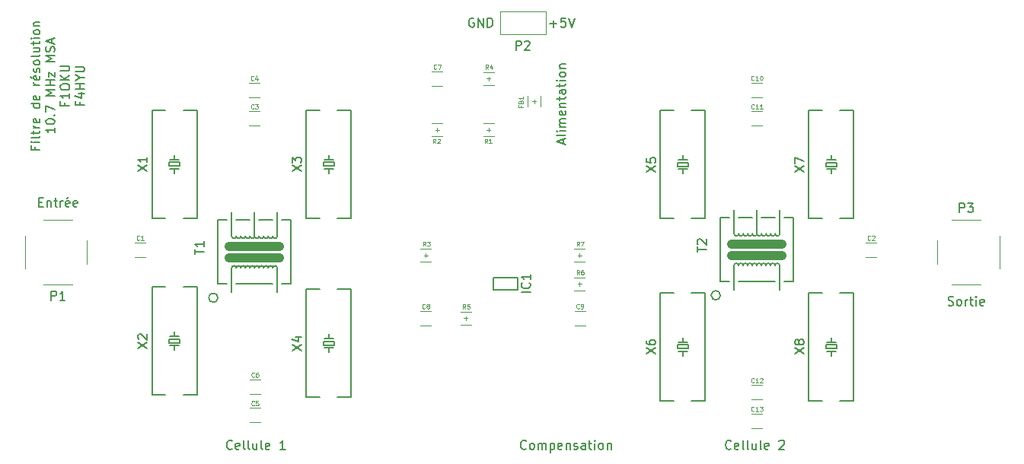
<source format=gbr>
G04 #@! TF.GenerationSoftware,KiCad,Pcbnew,(5.1.0)-1*
G04 #@! TF.CreationDate,2019-08-25T01:17:47+02:00*
G04 #@! TF.ProjectId,Filtre-de-resolution-MSA-200-Hz,46696c74-7265-42d6-9465-2d7265736f6c,1.0*
G04 #@! TF.SameCoordinates,Original*
G04 #@! TF.FileFunction,Legend,Top*
G04 #@! TF.FilePolarity,Positive*
%FSLAX46Y46*%
G04 Gerber Fmt 4.6, Leading zero omitted, Abs format (unit mm)*
G04 Created by KiCad (PCBNEW (5.1.0)-1) date 2019-08-25 01:17:47*
%MOMM*%
%LPD*%
G04 APERTURE LIST*
%ADD10C,0.150000*%
%ADD11C,0.100000*%
%ADD12C,0.120000*%
%ADD13C,1.000000*%
%ADD14C,0.075000*%
%ADD15C,0.080000*%
G04 APERTURE END LIST*
D10*
X92453571Y-90761904D02*
X92453571Y-91095238D01*
X92977380Y-91095238D02*
X91977380Y-91095238D01*
X91977380Y-90619047D01*
X92977380Y-90238095D02*
X92310714Y-90238095D01*
X91977380Y-90238095D02*
X92025000Y-90285714D01*
X92072619Y-90238095D01*
X92025000Y-90190476D01*
X91977380Y-90238095D01*
X92072619Y-90238095D01*
X92977380Y-89619047D02*
X92929761Y-89714285D01*
X92834523Y-89761904D01*
X91977380Y-89761904D01*
X92310714Y-89380952D02*
X92310714Y-89000000D01*
X91977380Y-89238095D02*
X92834523Y-89238095D01*
X92929761Y-89190476D01*
X92977380Y-89095238D01*
X92977380Y-89000000D01*
X92977380Y-88666666D02*
X92310714Y-88666666D01*
X92501190Y-88666666D02*
X92405952Y-88619047D01*
X92358333Y-88571428D01*
X92310714Y-88476190D01*
X92310714Y-88380952D01*
X92929761Y-87666666D02*
X92977380Y-87761904D01*
X92977380Y-87952380D01*
X92929761Y-88047619D01*
X92834523Y-88095238D01*
X92453571Y-88095238D01*
X92358333Y-88047619D01*
X92310714Y-87952380D01*
X92310714Y-87761904D01*
X92358333Y-87666666D01*
X92453571Y-87619047D01*
X92548809Y-87619047D01*
X92644047Y-88095238D01*
X92977380Y-86000000D02*
X91977380Y-86000000D01*
X92929761Y-86000000D02*
X92977380Y-86095238D01*
X92977380Y-86285714D01*
X92929761Y-86380952D01*
X92882142Y-86428571D01*
X92786904Y-86476190D01*
X92501190Y-86476190D01*
X92405952Y-86428571D01*
X92358333Y-86380952D01*
X92310714Y-86285714D01*
X92310714Y-86095238D01*
X92358333Y-86000000D01*
X92929761Y-85142857D02*
X92977380Y-85238095D01*
X92977380Y-85428571D01*
X92929761Y-85523809D01*
X92834523Y-85571428D01*
X92453571Y-85571428D01*
X92358333Y-85523809D01*
X92310714Y-85428571D01*
X92310714Y-85238095D01*
X92358333Y-85142857D01*
X92453571Y-85095238D01*
X92548809Y-85095238D01*
X92644047Y-85571428D01*
X92977380Y-83904761D02*
X92310714Y-83904761D01*
X92501190Y-83904761D02*
X92405952Y-83857142D01*
X92358333Y-83809523D01*
X92310714Y-83714285D01*
X92310714Y-83619047D01*
X92929761Y-82904761D02*
X92977380Y-83000000D01*
X92977380Y-83190476D01*
X92929761Y-83285714D01*
X92834523Y-83333333D01*
X92453571Y-83333333D01*
X92358333Y-83285714D01*
X92310714Y-83190476D01*
X92310714Y-83000000D01*
X92358333Y-82904761D01*
X92453571Y-82857142D01*
X92548809Y-82857142D01*
X92644047Y-83333333D01*
X91929761Y-83000000D02*
X92072619Y-83142857D01*
X92929761Y-82476190D02*
X92977380Y-82380952D01*
X92977380Y-82190476D01*
X92929761Y-82095238D01*
X92834523Y-82047619D01*
X92786904Y-82047619D01*
X92691666Y-82095238D01*
X92644047Y-82190476D01*
X92644047Y-82333333D01*
X92596428Y-82428571D01*
X92501190Y-82476190D01*
X92453571Y-82476190D01*
X92358333Y-82428571D01*
X92310714Y-82333333D01*
X92310714Y-82190476D01*
X92358333Y-82095238D01*
X92977380Y-81476190D02*
X92929761Y-81571428D01*
X92882142Y-81619047D01*
X92786904Y-81666666D01*
X92501190Y-81666666D01*
X92405952Y-81619047D01*
X92358333Y-81571428D01*
X92310714Y-81476190D01*
X92310714Y-81333333D01*
X92358333Y-81238095D01*
X92405952Y-81190476D01*
X92501190Y-81142857D01*
X92786904Y-81142857D01*
X92882142Y-81190476D01*
X92929761Y-81238095D01*
X92977380Y-81333333D01*
X92977380Y-81476190D01*
X92977380Y-80571428D02*
X92929761Y-80666666D01*
X92834523Y-80714285D01*
X91977380Y-80714285D01*
X92310714Y-79761904D02*
X92977380Y-79761904D01*
X92310714Y-80190476D02*
X92834523Y-80190476D01*
X92929761Y-80142857D01*
X92977380Y-80047619D01*
X92977380Y-79904761D01*
X92929761Y-79809523D01*
X92882142Y-79761904D01*
X92310714Y-79428571D02*
X92310714Y-79047619D01*
X91977380Y-79285714D02*
X92834523Y-79285714D01*
X92929761Y-79238095D01*
X92977380Y-79142857D01*
X92977380Y-79047619D01*
X92977380Y-78714285D02*
X92310714Y-78714285D01*
X91977380Y-78714285D02*
X92025000Y-78761904D01*
X92072619Y-78714285D01*
X92025000Y-78666666D01*
X91977380Y-78714285D01*
X92072619Y-78714285D01*
X92977380Y-78095238D02*
X92929761Y-78190476D01*
X92882142Y-78238095D01*
X92786904Y-78285714D01*
X92501190Y-78285714D01*
X92405952Y-78238095D01*
X92358333Y-78190476D01*
X92310714Y-78095238D01*
X92310714Y-77952380D01*
X92358333Y-77857142D01*
X92405952Y-77809523D01*
X92501190Y-77761904D01*
X92786904Y-77761904D01*
X92882142Y-77809523D01*
X92929761Y-77857142D01*
X92977380Y-77952380D01*
X92977380Y-78095238D01*
X92310714Y-77333333D02*
X92977380Y-77333333D01*
X92405952Y-77333333D02*
X92358333Y-77285714D01*
X92310714Y-77190476D01*
X92310714Y-77047619D01*
X92358333Y-76952380D01*
X92453571Y-76904761D01*
X92977380Y-76904761D01*
X94627380Y-88642857D02*
X94627380Y-89214285D01*
X94627380Y-88928571D02*
X93627380Y-88928571D01*
X93770238Y-89023809D01*
X93865476Y-89119047D01*
X93913095Y-89214285D01*
X93627380Y-88023809D02*
X93627380Y-87928571D01*
X93675000Y-87833333D01*
X93722619Y-87785714D01*
X93817857Y-87738095D01*
X94008333Y-87690476D01*
X94246428Y-87690476D01*
X94436904Y-87738095D01*
X94532142Y-87785714D01*
X94579761Y-87833333D01*
X94627380Y-87928571D01*
X94627380Y-88023809D01*
X94579761Y-88119047D01*
X94532142Y-88166666D01*
X94436904Y-88214285D01*
X94246428Y-88261904D01*
X94008333Y-88261904D01*
X93817857Y-88214285D01*
X93722619Y-88166666D01*
X93675000Y-88119047D01*
X93627380Y-88023809D01*
X94532142Y-87261904D02*
X94579761Y-87214285D01*
X94627380Y-87261904D01*
X94579761Y-87309523D01*
X94532142Y-87261904D01*
X94627380Y-87261904D01*
X93627380Y-86880952D02*
X93627380Y-86214285D01*
X94627380Y-86642857D01*
X94627380Y-85071428D02*
X93627380Y-85071428D01*
X94341666Y-84738095D01*
X93627380Y-84404761D01*
X94627380Y-84404761D01*
X94627380Y-83928571D02*
X93627380Y-83928571D01*
X94103571Y-83928571D02*
X94103571Y-83357142D01*
X94627380Y-83357142D02*
X93627380Y-83357142D01*
X93960714Y-82976190D02*
X93960714Y-82452380D01*
X94627380Y-82976190D01*
X94627380Y-82452380D01*
X94627380Y-81309523D02*
X93627380Y-81309523D01*
X94341666Y-80976190D01*
X93627380Y-80642857D01*
X94627380Y-80642857D01*
X94579761Y-80214285D02*
X94627380Y-80071428D01*
X94627380Y-79833333D01*
X94579761Y-79738095D01*
X94532142Y-79690476D01*
X94436904Y-79642857D01*
X94341666Y-79642857D01*
X94246428Y-79690476D01*
X94198809Y-79738095D01*
X94151190Y-79833333D01*
X94103571Y-80023809D01*
X94055952Y-80119047D01*
X94008333Y-80166666D01*
X93913095Y-80214285D01*
X93817857Y-80214285D01*
X93722619Y-80166666D01*
X93675000Y-80119047D01*
X93627380Y-80023809D01*
X93627380Y-79785714D01*
X93675000Y-79642857D01*
X94341666Y-79261904D02*
X94341666Y-78785714D01*
X94627380Y-79357142D02*
X93627380Y-79023809D01*
X94627380Y-78690476D01*
X95753571Y-85880952D02*
X95753571Y-86214285D01*
X96277380Y-86214285D02*
X95277380Y-86214285D01*
X95277380Y-85738095D01*
X96277380Y-84833333D02*
X96277380Y-85404761D01*
X96277380Y-85119047D02*
X95277380Y-85119047D01*
X95420238Y-85214285D01*
X95515476Y-85309523D01*
X95563095Y-85404761D01*
X95277380Y-84214285D02*
X95277380Y-84023809D01*
X95325000Y-83928571D01*
X95420238Y-83833333D01*
X95610714Y-83785714D01*
X95944047Y-83785714D01*
X96134523Y-83833333D01*
X96229761Y-83928571D01*
X96277380Y-84023809D01*
X96277380Y-84214285D01*
X96229761Y-84309523D01*
X96134523Y-84404761D01*
X95944047Y-84452380D01*
X95610714Y-84452380D01*
X95420238Y-84404761D01*
X95325000Y-84309523D01*
X95277380Y-84214285D01*
X96277380Y-83357142D02*
X95277380Y-83357142D01*
X96277380Y-82785714D02*
X95705952Y-83214285D01*
X95277380Y-82785714D02*
X95848809Y-83357142D01*
X95277380Y-82357142D02*
X96086904Y-82357142D01*
X96182142Y-82309523D01*
X96229761Y-82261904D01*
X96277380Y-82166666D01*
X96277380Y-81976190D01*
X96229761Y-81880952D01*
X96182142Y-81833333D01*
X96086904Y-81785714D01*
X95277380Y-81785714D01*
X97403571Y-85809523D02*
X97403571Y-86142857D01*
X97927380Y-86142857D02*
X96927380Y-86142857D01*
X96927380Y-85666666D01*
X97260714Y-84857142D02*
X97927380Y-84857142D01*
X96879761Y-85095238D02*
X97594047Y-85333333D01*
X97594047Y-84714285D01*
X97927380Y-84333333D02*
X96927380Y-84333333D01*
X97403571Y-84333333D02*
X97403571Y-83761904D01*
X97927380Y-83761904D02*
X96927380Y-83761904D01*
X97451190Y-83095238D02*
X97927380Y-83095238D01*
X96927380Y-83428571D02*
X97451190Y-83095238D01*
X96927380Y-82761904D01*
X96927380Y-82428571D02*
X97736904Y-82428571D01*
X97832142Y-82380952D01*
X97879761Y-82333333D01*
X97927380Y-82238095D01*
X97927380Y-82047619D01*
X97879761Y-81952380D01*
X97832142Y-81904761D01*
X97736904Y-81857142D01*
X96927380Y-81857142D01*
X194000000Y-108404761D02*
X194142857Y-108452380D01*
X194380952Y-108452380D01*
X194476190Y-108404761D01*
X194523809Y-108357142D01*
X194571428Y-108261904D01*
X194571428Y-108166666D01*
X194523809Y-108071428D01*
X194476190Y-108023809D01*
X194380952Y-107976190D01*
X194190476Y-107928571D01*
X194095238Y-107880952D01*
X194047619Y-107833333D01*
X194000000Y-107738095D01*
X194000000Y-107642857D01*
X194047619Y-107547619D01*
X194095238Y-107500000D01*
X194190476Y-107452380D01*
X194428571Y-107452380D01*
X194571428Y-107500000D01*
X195142857Y-108452380D02*
X195047619Y-108404761D01*
X195000000Y-108357142D01*
X194952380Y-108261904D01*
X194952380Y-107976190D01*
X195000000Y-107880952D01*
X195047619Y-107833333D01*
X195142857Y-107785714D01*
X195285714Y-107785714D01*
X195380952Y-107833333D01*
X195428571Y-107880952D01*
X195476190Y-107976190D01*
X195476190Y-108261904D01*
X195428571Y-108357142D01*
X195380952Y-108404761D01*
X195285714Y-108452380D01*
X195142857Y-108452380D01*
X195904761Y-108452380D02*
X195904761Y-107785714D01*
X195904761Y-107976190D02*
X195952380Y-107880952D01*
X196000000Y-107833333D01*
X196095238Y-107785714D01*
X196190476Y-107785714D01*
X196380952Y-107785714D02*
X196761904Y-107785714D01*
X196523809Y-107452380D02*
X196523809Y-108309523D01*
X196571428Y-108404761D01*
X196666666Y-108452380D01*
X196761904Y-108452380D01*
X197095238Y-108452380D02*
X197095238Y-107785714D01*
X197095238Y-107452380D02*
X197047619Y-107500000D01*
X197095238Y-107547619D01*
X197142857Y-107500000D01*
X197095238Y-107452380D01*
X197095238Y-107547619D01*
X197952380Y-108404761D02*
X197857142Y-108452380D01*
X197666666Y-108452380D01*
X197571428Y-108404761D01*
X197523809Y-108309523D01*
X197523809Y-107928571D01*
X197571428Y-107833333D01*
X197666666Y-107785714D01*
X197857142Y-107785714D01*
X197952380Y-107833333D01*
X198000000Y-107928571D01*
X198000000Y-108023809D01*
X197523809Y-108119047D01*
X92880952Y-96928571D02*
X93214285Y-96928571D01*
X93357142Y-97452380D02*
X92880952Y-97452380D01*
X92880952Y-96452380D01*
X93357142Y-96452380D01*
X93785714Y-96785714D02*
X93785714Y-97452380D01*
X93785714Y-96880952D02*
X93833333Y-96833333D01*
X93928571Y-96785714D01*
X94071428Y-96785714D01*
X94166666Y-96833333D01*
X94214285Y-96928571D01*
X94214285Y-97452380D01*
X94547619Y-96785714D02*
X94928571Y-96785714D01*
X94690476Y-96452380D02*
X94690476Y-97309523D01*
X94738095Y-97404761D01*
X94833333Y-97452380D01*
X94928571Y-97452380D01*
X95261904Y-97452380D02*
X95261904Y-96785714D01*
X95261904Y-96976190D02*
X95309523Y-96880952D01*
X95357142Y-96833333D01*
X95452380Y-96785714D01*
X95547619Y-96785714D01*
X96261904Y-97404761D02*
X96166666Y-97452380D01*
X95976190Y-97452380D01*
X95880952Y-97404761D01*
X95833333Y-97309523D01*
X95833333Y-96928571D01*
X95880952Y-96833333D01*
X95976190Y-96785714D01*
X96166666Y-96785714D01*
X96261904Y-96833333D01*
X96309523Y-96928571D01*
X96309523Y-97023809D01*
X95833333Y-97119047D01*
X96166666Y-96404761D02*
X96023809Y-96547619D01*
X97119047Y-97404761D02*
X97023809Y-97452380D01*
X96833333Y-97452380D01*
X96738095Y-97404761D01*
X96690476Y-97309523D01*
X96690476Y-96928571D01*
X96738095Y-96833333D01*
X96833333Y-96785714D01*
X97023809Y-96785714D01*
X97119047Y-96833333D01*
X97166666Y-96928571D01*
X97166666Y-97023809D01*
X96690476Y-97119047D01*
X141238095Y-76500000D02*
X141142857Y-76452380D01*
X141000000Y-76452380D01*
X140857142Y-76500000D01*
X140761904Y-76595238D01*
X140714285Y-76690476D01*
X140666666Y-76880952D01*
X140666666Y-77023809D01*
X140714285Y-77214285D01*
X140761904Y-77309523D01*
X140857142Y-77404761D01*
X141000000Y-77452380D01*
X141095238Y-77452380D01*
X141238095Y-77404761D01*
X141285714Y-77357142D01*
X141285714Y-77023809D01*
X141095238Y-77023809D01*
X141714285Y-77452380D02*
X141714285Y-76452380D01*
X142285714Y-77452380D01*
X142285714Y-76452380D01*
X142761904Y-77452380D02*
X142761904Y-76452380D01*
X143000000Y-76452380D01*
X143142857Y-76500000D01*
X143238095Y-76595238D01*
X143285714Y-76690476D01*
X143333333Y-76880952D01*
X143333333Y-77023809D01*
X143285714Y-77214285D01*
X143238095Y-77309523D01*
X143142857Y-77404761D01*
X143000000Y-77452380D01*
X142761904Y-77452380D01*
X149714285Y-77071428D02*
X150476190Y-77071428D01*
X150095238Y-77452380D02*
X150095238Y-76690476D01*
X151428571Y-76452380D02*
X150952380Y-76452380D01*
X150904761Y-76928571D01*
X150952380Y-76880952D01*
X151047619Y-76833333D01*
X151285714Y-76833333D01*
X151380952Y-76880952D01*
X151428571Y-76928571D01*
X151476190Y-77023809D01*
X151476190Y-77261904D01*
X151428571Y-77357142D01*
X151380952Y-77404761D01*
X151285714Y-77452380D01*
X151047619Y-77452380D01*
X150952380Y-77404761D01*
X150904761Y-77357142D01*
X151761904Y-76452380D02*
X152095238Y-77452380D01*
X152428571Y-76452380D01*
X151166666Y-90452380D02*
X151166666Y-89976190D01*
X151452380Y-90547619D02*
X150452380Y-90214285D01*
X151452380Y-89880952D01*
X151452380Y-89404761D02*
X151404761Y-89500000D01*
X151309523Y-89547619D01*
X150452380Y-89547619D01*
X151452380Y-89023809D02*
X150785714Y-89023809D01*
X150452380Y-89023809D02*
X150500000Y-89071428D01*
X150547619Y-89023809D01*
X150500000Y-88976190D01*
X150452380Y-89023809D01*
X150547619Y-89023809D01*
X151452380Y-88547619D02*
X150785714Y-88547619D01*
X150880952Y-88547619D02*
X150833333Y-88500000D01*
X150785714Y-88404761D01*
X150785714Y-88261904D01*
X150833333Y-88166666D01*
X150928571Y-88119047D01*
X151452380Y-88119047D01*
X150928571Y-88119047D02*
X150833333Y-88071428D01*
X150785714Y-87976190D01*
X150785714Y-87833333D01*
X150833333Y-87738095D01*
X150928571Y-87690476D01*
X151452380Y-87690476D01*
X151404761Y-86833333D02*
X151452380Y-86928571D01*
X151452380Y-87119047D01*
X151404761Y-87214285D01*
X151309523Y-87261904D01*
X150928571Y-87261904D01*
X150833333Y-87214285D01*
X150785714Y-87119047D01*
X150785714Y-86928571D01*
X150833333Y-86833333D01*
X150928571Y-86785714D01*
X151023809Y-86785714D01*
X151119047Y-87261904D01*
X150785714Y-86357142D02*
X151452380Y-86357142D01*
X150880952Y-86357142D02*
X150833333Y-86309523D01*
X150785714Y-86214285D01*
X150785714Y-86071428D01*
X150833333Y-85976190D01*
X150928571Y-85928571D01*
X151452380Y-85928571D01*
X150785714Y-85595238D02*
X150785714Y-85214285D01*
X150452380Y-85452380D02*
X151309523Y-85452380D01*
X151404761Y-85404761D01*
X151452380Y-85309523D01*
X151452380Y-85214285D01*
X151452380Y-84452380D02*
X150928571Y-84452380D01*
X150833333Y-84500000D01*
X150785714Y-84595238D01*
X150785714Y-84785714D01*
X150833333Y-84880952D01*
X151404761Y-84452380D02*
X151452380Y-84547619D01*
X151452380Y-84785714D01*
X151404761Y-84880952D01*
X151309523Y-84928571D01*
X151214285Y-84928571D01*
X151119047Y-84880952D01*
X151071428Y-84785714D01*
X151071428Y-84547619D01*
X151023809Y-84452380D01*
X150785714Y-84119047D02*
X150785714Y-83738095D01*
X150452380Y-83976190D02*
X151309523Y-83976190D01*
X151404761Y-83928571D01*
X151452380Y-83833333D01*
X151452380Y-83738095D01*
X151452380Y-83404761D02*
X150785714Y-83404761D01*
X150452380Y-83404761D02*
X150500000Y-83452380D01*
X150547619Y-83404761D01*
X150500000Y-83357142D01*
X150452380Y-83404761D01*
X150547619Y-83404761D01*
X151452380Y-82785714D02*
X151404761Y-82880952D01*
X151357142Y-82928571D01*
X151261904Y-82976190D01*
X150976190Y-82976190D01*
X150880952Y-82928571D01*
X150833333Y-82880952D01*
X150785714Y-82785714D01*
X150785714Y-82642857D01*
X150833333Y-82547619D01*
X150880952Y-82500000D01*
X150976190Y-82452380D01*
X151261904Y-82452380D01*
X151357142Y-82500000D01*
X151404761Y-82547619D01*
X151452380Y-82642857D01*
X151452380Y-82785714D01*
X150785714Y-82023809D02*
X151452380Y-82023809D01*
X150880952Y-82023809D02*
X150833333Y-81976190D01*
X150785714Y-81880952D01*
X150785714Y-81738095D01*
X150833333Y-81642857D01*
X150928571Y-81595238D01*
X151452380Y-81595238D01*
X147071428Y-124357142D02*
X147023809Y-124404761D01*
X146880952Y-124452380D01*
X146785714Y-124452380D01*
X146642857Y-124404761D01*
X146547619Y-124309523D01*
X146500000Y-124214285D01*
X146452380Y-124023809D01*
X146452380Y-123880952D01*
X146500000Y-123690476D01*
X146547619Y-123595238D01*
X146642857Y-123500000D01*
X146785714Y-123452380D01*
X146880952Y-123452380D01*
X147023809Y-123500000D01*
X147071428Y-123547619D01*
X147642857Y-124452380D02*
X147547619Y-124404761D01*
X147500000Y-124357142D01*
X147452380Y-124261904D01*
X147452380Y-123976190D01*
X147500000Y-123880952D01*
X147547619Y-123833333D01*
X147642857Y-123785714D01*
X147785714Y-123785714D01*
X147880952Y-123833333D01*
X147928571Y-123880952D01*
X147976190Y-123976190D01*
X147976190Y-124261904D01*
X147928571Y-124357142D01*
X147880952Y-124404761D01*
X147785714Y-124452380D01*
X147642857Y-124452380D01*
X148404761Y-124452380D02*
X148404761Y-123785714D01*
X148404761Y-123880952D02*
X148452380Y-123833333D01*
X148547619Y-123785714D01*
X148690476Y-123785714D01*
X148785714Y-123833333D01*
X148833333Y-123928571D01*
X148833333Y-124452380D01*
X148833333Y-123928571D02*
X148880952Y-123833333D01*
X148976190Y-123785714D01*
X149119047Y-123785714D01*
X149214285Y-123833333D01*
X149261904Y-123928571D01*
X149261904Y-124452380D01*
X149738095Y-123785714D02*
X149738095Y-124785714D01*
X149738095Y-123833333D02*
X149833333Y-123785714D01*
X150023809Y-123785714D01*
X150119047Y-123833333D01*
X150166666Y-123880952D01*
X150214285Y-123976190D01*
X150214285Y-124261904D01*
X150166666Y-124357142D01*
X150119047Y-124404761D01*
X150023809Y-124452380D01*
X149833333Y-124452380D01*
X149738095Y-124404761D01*
X151023809Y-124404761D02*
X150928571Y-124452380D01*
X150738095Y-124452380D01*
X150642857Y-124404761D01*
X150595238Y-124309523D01*
X150595238Y-123928571D01*
X150642857Y-123833333D01*
X150738095Y-123785714D01*
X150928571Y-123785714D01*
X151023809Y-123833333D01*
X151071428Y-123928571D01*
X151071428Y-124023809D01*
X150595238Y-124119047D01*
X151500000Y-123785714D02*
X151500000Y-124452380D01*
X151500000Y-123880952D02*
X151547619Y-123833333D01*
X151642857Y-123785714D01*
X151785714Y-123785714D01*
X151880952Y-123833333D01*
X151928571Y-123928571D01*
X151928571Y-124452380D01*
X152357142Y-124404761D02*
X152452380Y-124452380D01*
X152642857Y-124452380D01*
X152738095Y-124404761D01*
X152785714Y-124309523D01*
X152785714Y-124261904D01*
X152738095Y-124166666D01*
X152642857Y-124119047D01*
X152500000Y-124119047D01*
X152404761Y-124071428D01*
X152357142Y-123976190D01*
X152357142Y-123928571D01*
X152404761Y-123833333D01*
X152500000Y-123785714D01*
X152642857Y-123785714D01*
X152738095Y-123833333D01*
X153642857Y-124452380D02*
X153642857Y-123928571D01*
X153595238Y-123833333D01*
X153500000Y-123785714D01*
X153309523Y-123785714D01*
X153214285Y-123833333D01*
X153642857Y-124404761D02*
X153547619Y-124452380D01*
X153309523Y-124452380D01*
X153214285Y-124404761D01*
X153166666Y-124309523D01*
X153166666Y-124214285D01*
X153214285Y-124119047D01*
X153309523Y-124071428D01*
X153547619Y-124071428D01*
X153642857Y-124023809D01*
X153976190Y-123785714D02*
X154357142Y-123785714D01*
X154119047Y-123452380D02*
X154119047Y-124309523D01*
X154166666Y-124404761D01*
X154261904Y-124452380D01*
X154357142Y-124452380D01*
X154690476Y-124452380D02*
X154690476Y-123785714D01*
X154690476Y-123452380D02*
X154642857Y-123500000D01*
X154690476Y-123547619D01*
X154738095Y-123500000D01*
X154690476Y-123452380D01*
X154690476Y-123547619D01*
X155309523Y-124452380D02*
X155214285Y-124404761D01*
X155166666Y-124357142D01*
X155119047Y-124261904D01*
X155119047Y-123976190D01*
X155166666Y-123880952D01*
X155214285Y-123833333D01*
X155309523Y-123785714D01*
X155452380Y-123785714D01*
X155547619Y-123833333D01*
X155595238Y-123880952D01*
X155642857Y-123976190D01*
X155642857Y-124261904D01*
X155595238Y-124357142D01*
X155547619Y-124404761D01*
X155452380Y-124452380D01*
X155309523Y-124452380D01*
X156071428Y-123785714D02*
X156071428Y-124452380D01*
X156071428Y-123880952D02*
X156119047Y-123833333D01*
X156214285Y-123785714D01*
X156357142Y-123785714D01*
X156452380Y-123833333D01*
X156500000Y-123928571D01*
X156500000Y-124452380D01*
X169857142Y-124357142D02*
X169809523Y-124404761D01*
X169666666Y-124452380D01*
X169571428Y-124452380D01*
X169428571Y-124404761D01*
X169333333Y-124309523D01*
X169285714Y-124214285D01*
X169238095Y-124023809D01*
X169238095Y-123880952D01*
X169285714Y-123690476D01*
X169333333Y-123595238D01*
X169428571Y-123500000D01*
X169571428Y-123452380D01*
X169666666Y-123452380D01*
X169809523Y-123500000D01*
X169857142Y-123547619D01*
X170666666Y-124404761D02*
X170571428Y-124452380D01*
X170380952Y-124452380D01*
X170285714Y-124404761D01*
X170238095Y-124309523D01*
X170238095Y-123928571D01*
X170285714Y-123833333D01*
X170380952Y-123785714D01*
X170571428Y-123785714D01*
X170666666Y-123833333D01*
X170714285Y-123928571D01*
X170714285Y-124023809D01*
X170238095Y-124119047D01*
X171285714Y-124452380D02*
X171190476Y-124404761D01*
X171142857Y-124309523D01*
X171142857Y-123452380D01*
X171809523Y-124452380D02*
X171714285Y-124404761D01*
X171666666Y-124309523D01*
X171666666Y-123452380D01*
X172619047Y-123785714D02*
X172619047Y-124452380D01*
X172190476Y-123785714D02*
X172190476Y-124309523D01*
X172238095Y-124404761D01*
X172333333Y-124452380D01*
X172476190Y-124452380D01*
X172571428Y-124404761D01*
X172619047Y-124357142D01*
X173238095Y-124452380D02*
X173142857Y-124404761D01*
X173095238Y-124309523D01*
X173095238Y-123452380D01*
X174000000Y-124404761D02*
X173904761Y-124452380D01*
X173714285Y-124452380D01*
X173619047Y-124404761D01*
X173571428Y-124309523D01*
X173571428Y-123928571D01*
X173619047Y-123833333D01*
X173714285Y-123785714D01*
X173904761Y-123785714D01*
X174000000Y-123833333D01*
X174047619Y-123928571D01*
X174047619Y-124023809D01*
X173571428Y-124119047D01*
X175190476Y-123547619D02*
X175238095Y-123500000D01*
X175333333Y-123452380D01*
X175571428Y-123452380D01*
X175666666Y-123500000D01*
X175714285Y-123547619D01*
X175761904Y-123642857D01*
X175761904Y-123738095D01*
X175714285Y-123880952D01*
X175142857Y-124452380D01*
X175761904Y-124452380D01*
X114357142Y-124357142D02*
X114309523Y-124404761D01*
X114166666Y-124452380D01*
X114071428Y-124452380D01*
X113928571Y-124404761D01*
X113833333Y-124309523D01*
X113785714Y-124214285D01*
X113738095Y-124023809D01*
X113738095Y-123880952D01*
X113785714Y-123690476D01*
X113833333Y-123595238D01*
X113928571Y-123500000D01*
X114071428Y-123452380D01*
X114166666Y-123452380D01*
X114309523Y-123500000D01*
X114357142Y-123547619D01*
X115166666Y-124404761D02*
X115071428Y-124452380D01*
X114880952Y-124452380D01*
X114785714Y-124404761D01*
X114738095Y-124309523D01*
X114738095Y-123928571D01*
X114785714Y-123833333D01*
X114880952Y-123785714D01*
X115071428Y-123785714D01*
X115166666Y-123833333D01*
X115214285Y-123928571D01*
X115214285Y-124023809D01*
X114738095Y-124119047D01*
X115785714Y-124452380D02*
X115690476Y-124404761D01*
X115642857Y-124309523D01*
X115642857Y-123452380D01*
X116309523Y-124452380D02*
X116214285Y-124404761D01*
X116166666Y-124309523D01*
X116166666Y-123452380D01*
X117119047Y-123785714D02*
X117119047Y-124452380D01*
X116690476Y-123785714D02*
X116690476Y-124309523D01*
X116738095Y-124404761D01*
X116833333Y-124452380D01*
X116976190Y-124452380D01*
X117071428Y-124404761D01*
X117119047Y-124357142D01*
X117738095Y-124452380D02*
X117642857Y-124404761D01*
X117595238Y-124309523D01*
X117595238Y-123452380D01*
X118500000Y-124404761D02*
X118404761Y-124452380D01*
X118214285Y-124452380D01*
X118119047Y-124404761D01*
X118071428Y-124309523D01*
X118071428Y-123928571D01*
X118119047Y-123833333D01*
X118214285Y-123785714D01*
X118404761Y-123785714D01*
X118500000Y-123833333D01*
X118547619Y-123928571D01*
X118547619Y-124023809D01*
X118071428Y-124119047D01*
X120261904Y-124452380D02*
X119690476Y-124452380D01*
X119976190Y-124452380D02*
X119976190Y-123452380D01*
X119880952Y-123595238D01*
X119785714Y-123690476D01*
X119690476Y-123738095D01*
D11*
X116300001Y-118275000D02*
X117500001Y-118275000D01*
X116300001Y-116675000D02*
X117500001Y-116675000D01*
X147955000Y-85525000D02*
X147955000Y-85925000D01*
X148155000Y-85725000D02*
X147755000Y-85725000D01*
X147255000Y-85125000D02*
X147255000Y-86325000D01*
X148655000Y-85125000D02*
X148655000Y-86325000D01*
D10*
X146151600Y-105339600D02*
X146151600Y-106660400D01*
X143408400Y-105339600D02*
X146151600Y-105339600D01*
X143408400Y-106660400D02*
X143408400Y-105339600D01*
X146151600Y-106660400D02*
X143408400Y-106660400D01*
D12*
X91320000Y-104300000D02*
X91320000Y-100700000D01*
X98200000Y-103800000D02*
X98200000Y-101200000D01*
X93400000Y-98900000D02*
X96600000Y-98900000D01*
X93400000Y-106100000D02*
X96600000Y-106100000D01*
D11*
X144145000Y-75730000D02*
X149225000Y-75730000D01*
X144145000Y-78270000D02*
X144145000Y-75730000D01*
X149225000Y-78270000D02*
X144145000Y-78270000D01*
X149225000Y-75730000D02*
X149225000Y-78270000D01*
D12*
X199680000Y-100700000D02*
X199680000Y-104300000D01*
X192800000Y-101200000D02*
X192800000Y-103800000D01*
X197600000Y-106100000D02*
X194400000Y-106100000D01*
X197600000Y-98900000D02*
X194400000Y-98900000D01*
D11*
X143075000Y-88900000D02*
X142675000Y-88900000D01*
X142875000Y-89100000D02*
X142875000Y-88700000D01*
X143475000Y-88200000D02*
X142275000Y-88200000D01*
X143475000Y-89600000D02*
X142275000Y-89600000D01*
X137360000Y-88900000D02*
X136960000Y-88900000D01*
X137160000Y-89100000D02*
X137160000Y-88700000D01*
X137760000Y-88200000D02*
X136560000Y-88200000D01*
X137760000Y-89600000D02*
X136560000Y-89600000D01*
X135690000Y-102870000D02*
X136090000Y-102870000D01*
X135890000Y-102670000D02*
X135890000Y-103070000D01*
X135290000Y-103570000D02*
X136490000Y-103570000D01*
X135290000Y-102170000D02*
X136490000Y-102170000D01*
X142675000Y-83185000D02*
X143075000Y-83185000D01*
X142875000Y-82985000D02*
X142875000Y-83385000D01*
X142275000Y-83885000D02*
X143475000Y-83885000D01*
X142275000Y-82485000D02*
X143475000Y-82485000D01*
X140135000Y-109855000D02*
X140535000Y-109855000D01*
X140335000Y-109655000D02*
X140335000Y-110055000D01*
X139735000Y-110555000D02*
X140935000Y-110555000D01*
X139735000Y-109155000D02*
X140935000Y-109155000D01*
X152800000Y-106045000D02*
X153200000Y-106045000D01*
X153000000Y-105845000D02*
X153000000Y-106245000D01*
X152400000Y-106745000D02*
X153600000Y-106745000D01*
X152400000Y-105345000D02*
X153600000Y-105345000D01*
X152800000Y-102870000D02*
X153200000Y-102870000D01*
X153000000Y-102670000D02*
X153000000Y-103070000D01*
X152400000Y-103570000D02*
X153600000Y-103570000D01*
X152400000Y-102170000D02*
X153600000Y-102170000D01*
D10*
X112776000Y-106056000D02*
X112776000Y-98944000D01*
X113792000Y-106056000D02*
X112776000Y-106056000D01*
X118872000Y-106056000D02*
X114808000Y-106056000D01*
X120904000Y-106056000D02*
X119888000Y-106056000D01*
X120904000Y-98944000D02*
X120904000Y-106056000D01*
X119888000Y-98944000D02*
X120904000Y-98944000D01*
X117348000Y-98944000D02*
X118872000Y-98944000D01*
X114808000Y-98944000D02*
X116332000Y-98944000D01*
X112776000Y-98944000D02*
X113792000Y-98944000D01*
X119380000Y-98055000D02*
X119380000Y-100722000D01*
X116840000Y-98055000D02*
X116840000Y-100722000D01*
X114300000Y-98055000D02*
X114300000Y-100722000D01*
X114300000Y-104278000D02*
X114300000Y-106945000D01*
X119380000Y-104278000D02*
X119380000Y-106945000D01*
D13*
X114046000Y-103135000D02*
X119634000Y-103135000D01*
X114046000Y-101865000D02*
X119634000Y-101865000D01*
D10*
X116840000Y-104278000D02*
G75*
G02X117348000Y-104278000I254000J0D01*
G01*
X117348000Y-104278000D02*
G75*
G02X117856000Y-104278000I254000J0D01*
G01*
X117856000Y-104278000D02*
G75*
G02X118364000Y-104278000I254000J0D01*
G01*
X114300000Y-104278000D02*
G75*
G02X114808000Y-104278000I254000J0D01*
G01*
X114808000Y-104278000D02*
G75*
G02X115316000Y-104278000I254000J0D01*
G01*
X116332000Y-104278000D02*
G75*
G02X116840000Y-104278000I254000J0D01*
G01*
X115824000Y-104278000D02*
G75*
G02X116332000Y-104278000I254000J0D01*
G01*
X118872000Y-104278000D02*
G75*
G02X119380000Y-104278000I254000J0D01*
G01*
X118364000Y-104278000D02*
G75*
G02X118872000Y-104278000I254000J0D01*
G01*
X115316000Y-104278000D02*
G75*
G02X115824000Y-104278000I254000J0D01*
G01*
X119380000Y-100722000D02*
G75*
G02X118872000Y-100722000I-254000J0D01*
G01*
X118872000Y-100722000D02*
G75*
G02X118364000Y-100722000I-254000J0D01*
G01*
X118364000Y-100722000D02*
G75*
G02X117856000Y-100722000I-254000J0D01*
G01*
X117856000Y-100722000D02*
G75*
G02X117348000Y-100722000I-254000J0D01*
G01*
X117348000Y-100722000D02*
G75*
G02X116840000Y-100722000I-254000J0D01*
G01*
X114808000Y-100722000D02*
G75*
G02X114300000Y-100722000I-254000J0D01*
G01*
X115316000Y-100722000D02*
G75*
G02X114808000Y-100722000I-254000J0D01*
G01*
X115824000Y-100722000D02*
G75*
G02X115316000Y-100722000I-254000J0D01*
G01*
X116332000Y-100722000D02*
G75*
G02X115824000Y-100722000I-254000J0D01*
G01*
X116840000Y-100722000D02*
G75*
G02X116332000Y-100722000I-254000J0D01*
G01*
X112776000Y-107580000D02*
G75*
G03X112776000Y-107580000I-508000J0D01*
G01*
X107350000Y-92510000D02*
X108550000Y-92510000D01*
X107350000Y-92910000D02*
X107350000Y-92510000D01*
X108550000Y-92910000D02*
X107350000Y-92910000D01*
X108550000Y-92510000D02*
X108550000Y-92910000D01*
X108450000Y-93210000D02*
X107450000Y-93210000D01*
X108450000Y-92210000D02*
X107450000Y-92210000D01*
X107950000Y-93710000D02*
X107950000Y-93210000D01*
X107950000Y-91710000D02*
X107950000Y-92210000D01*
X105450000Y-86710000D02*
X106950000Y-86710000D01*
X105450000Y-98710000D02*
X105450000Y-86710000D01*
X106950000Y-98710000D02*
X105450000Y-98710000D01*
X110450000Y-98710000D02*
X108950000Y-98710000D01*
X110450000Y-86710000D02*
X110450000Y-98710000D01*
X108950000Y-86710000D02*
X110450000Y-86710000D01*
X108550000Y-112595000D02*
X107350000Y-112595000D01*
X108550000Y-112195000D02*
X108550000Y-112595000D01*
X107350000Y-112195000D02*
X108550000Y-112195000D01*
X107350000Y-112595000D02*
X107350000Y-112195000D01*
X107450000Y-111895000D02*
X108450000Y-111895000D01*
X107450000Y-112895000D02*
X108450000Y-112895000D01*
X107950000Y-111395000D02*
X107950000Y-111895000D01*
X107950000Y-113395000D02*
X107950000Y-112895000D01*
X110450000Y-118395000D02*
X108950000Y-118395000D01*
X110450000Y-106395000D02*
X110450000Y-118395000D01*
X108950000Y-106395000D02*
X110450000Y-106395000D01*
X105450000Y-106395000D02*
X106950000Y-106395000D01*
X105450000Y-118395000D02*
X105450000Y-106395000D01*
X106950000Y-118395000D02*
X105450000Y-118395000D01*
X125695000Y-92910000D02*
X124495000Y-92910000D01*
X125695000Y-92510000D02*
X125695000Y-92910000D01*
X124495000Y-92510000D02*
X125695000Y-92510000D01*
X124495000Y-92910000D02*
X124495000Y-92510000D01*
X124595000Y-92210000D02*
X125595000Y-92210000D01*
X124595000Y-93210000D02*
X125595000Y-93210000D01*
X125095000Y-91710000D02*
X125095000Y-92210000D01*
X125095000Y-93710000D02*
X125095000Y-93210000D01*
X127595000Y-98710000D02*
X126095000Y-98710000D01*
X127595000Y-86710000D02*
X127595000Y-98710000D01*
X126095000Y-86710000D02*
X127595000Y-86710000D01*
X122595000Y-86710000D02*
X124095000Y-86710000D01*
X122595000Y-98710000D02*
X122595000Y-86710000D01*
X124095000Y-98710000D02*
X122595000Y-98710000D01*
X124495000Y-112450000D02*
X125695000Y-112450000D01*
X124495000Y-112850000D02*
X124495000Y-112450000D01*
X125695000Y-112850000D02*
X124495000Y-112850000D01*
X125695000Y-112450000D02*
X125695000Y-112850000D01*
X125595000Y-113150000D02*
X124595000Y-113150000D01*
X125595000Y-112150000D02*
X124595000Y-112150000D01*
X125095000Y-113650000D02*
X125095000Y-113150000D01*
X125095000Y-111650000D02*
X125095000Y-112150000D01*
X122595000Y-106650000D02*
X124095000Y-106650000D01*
X122595000Y-118650000D02*
X122595000Y-106650000D01*
X124095000Y-118650000D02*
X122595000Y-118650000D01*
X127595000Y-118650000D02*
X126095000Y-118650000D01*
X127595000Y-106650000D02*
X127595000Y-118650000D01*
X126095000Y-106650000D02*
X127595000Y-106650000D01*
D11*
X103540000Y-101435000D02*
X104740000Y-101435000D01*
X103540000Y-103035000D02*
X104740000Y-103035000D01*
X184820000Y-103035000D02*
X186020000Y-103035000D01*
X184820000Y-101435000D02*
X186020000Y-101435000D01*
X116240000Y-86830000D02*
X117440000Y-86830000D01*
X116240000Y-88430000D02*
X117440000Y-88430000D01*
X116240000Y-85255000D02*
X117440000Y-85255000D01*
X116240000Y-83655000D02*
X117440000Y-83655000D01*
X116300001Y-119850000D02*
X117500001Y-119850000D01*
X116300001Y-121450000D02*
X117500001Y-121450000D01*
X136560000Y-83985000D02*
X137760000Y-83985000D01*
X136560000Y-82385000D02*
X137760000Y-82385000D01*
X135290000Y-110655000D02*
X136490000Y-110655000D01*
X135290000Y-109055000D02*
X136490000Y-109055000D01*
X152435000Y-109055000D02*
X153635000Y-109055000D01*
X152435000Y-110655000D02*
X153635000Y-110655000D01*
X172120000Y-83655000D02*
X173320000Y-83655000D01*
X172120000Y-85255000D02*
X173320000Y-85255000D01*
X172120000Y-88430000D02*
X173320000Y-88430000D01*
X172120000Y-86830000D02*
X173320000Y-86830000D01*
X172120000Y-117310000D02*
X173320000Y-117310000D01*
X172120000Y-118910000D02*
X173320000Y-118910000D01*
X172120000Y-120485000D02*
X173320000Y-120485000D01*
X172120000Y-122085000D02*
X173320000Y-122085000D01*
D10*
X168656000Y-107315000D02*
G75*
G03X168656000Y-107315000I-508000J0D01*
G01*
X172720000Y-100457000D02*
G75*
G02X172212000Y-100457000I-254000J0D01*
G01*
X172212000Y-100457000D02*
G75*
G02X171704000Y-100457000I-254000J0D01*
G01*
X171704000Y-100457000D02*
G75*
G02X171196000Y-100457000I-254000J0D01*
G01*
X171196000Y-100457000D02*
G75*
G02X170688000Y-100457000I-254000J0D01*
G01*
X170688000Y-100457000D02*
G75*
G02X170180000Y-100457000I-254000J0D01*
G01*
X173228000Y-100457000D02*
G75*
G02X172720000Y-100457000I-254000J0D01*
G01*
X173736000Y-100457000D02*
G75*
G02X173228000Y-100457000I-254000J0D01*
G01*
X174244000Y-100457000D02*
G75*
G02X173736000Y-100457000I-254000J0D01*
G01*
X174752000Y-100457000D02*
G75*
G02X174244000Y-100457000I-254000J0D01*
G01*
X175260000Y-100457000D02*
G75*
G02X174752000Y-100457000I-254000J0D01*
G01*
X171196000Y-104013000D02*
G75*
G02X171704000Y-104013000I254000J0D01*
G01*
X174244000Y-104013000D02*
G75*
G02X174752000Y-104013000I254000J0D01*
G01*
X174752000Y-104013000D02*
G75*
G02X175260000Y-104013000I254000J0D01*
G01*
X171704000Y-104013000D02*
G75*
G02X172212000Y-104013000I254000J0D01*
G01*
X172212000Y-104013000D02*
G75*
G02X172720000Y-104013000I254000J0D01*
G01*
X170688000Y-104013000D02*
G75*
G02X171196000Y-104013000I254000J0D01*
G01*
X170180000Y-104013000D02*
G75*
G02X170688000Y-104013000I254000J0D01*
G01*
X173736000Y-104013000D02*
G75*
G02X174244000Y-104013000I254000J0D01*
G01*
X173228000Y-104013000D02*
G75*
G02X173736000Y-104013000I254000J0D01*
G01*
X172720000Y-104013000D02*
G75*
G02X173228000Y-104013000I254000J0D01*
G01*
D13*
X169926000Y-101600000D02*
X175514000Y-101600000D01*
X169926000Y-102870000D02*
X175514000Y-102870000D01*
D10*
X175260000Y-104013000D02*
X175260000Y-106680000D01*
X170180000Y-104013000D02*
X170180000Y-106680000D01*
X170180000Y-97790000D02*
X170180000Y-100457000D01*
X172720000Y-97790000D02*
X172720000Y-100457000D01*
X175260000Y-97790000D02*
X175260000Y-100457000D01*
X168656000Y-98679000D02*
X169672000Y-98679000D01*
X170688000Y-98679000D02*
X172212000Y-98679000D01*
X173228000Y-98679000D02*
X174752000Y-98679000D01*
X175768000Y-98679000D02*
X176784000Y-98679000D01*
X176784000Y-98679000D02*
X176784000Y-105791000D01*
X176784000Y-105791000D02*
X175768000Y-105791000D01*
X174752000Y-105791000D02*
X170688000Y-105791000D01*
X169672000Y-105791000D02*
X168656000Y-105791000D01*
X168656000Y-105791000D02*
X168656000Y-98679000D01*
X165465000Y-86750000D02*
X166965000Y-86750000D01*
X166965000Y-86750000D02*
X166965000Y-98750000D01*
X166965000Y-98750000D02*
X165465000Y-98750000D01*
X163465000Y-98750000D02*
X161965000Y-98750000D01*
X161965000Y-98750000D02*
X161965000Y-86750000D01*
X161965000Y-86750000D02*
X163465000Y-86750000D01*
X164465000Y-91750000D02*
X164465000Y-92250000D01*
X164465000Y-93750000D02*
X164465000Y-93250000D01*
X164965000Y-92250000D02*
X163965000Y-92250000D01*
X164965000Y-93250000D02*
X163965000Y-93250000D01*
X165065000Y-92550000D02*
X165065000Y-92950000D01*
X165065000Y-92950000D02*
X163865000Y-92950000D01*
X163865000Y-92950000D02*
X163865000Y-92550000D01*
X163865000Y-92550000D02*
X165065000Y-92550000D01*
X165065000Y-113230000D02*
X163865000Y-113230000D01*
X165065000Y-112830000D02*
X165065000Y-113230000D01*
X163865000Y-112830000D02*
X165065000Y-112830000D01*
X163865000Y-113230000D02*
X163865000Y-112830000D01*
X163965000Y-112530000D02*
X164965000Y-112530000D01*
X163965000Y-113530000D02*
X164965000Y-113530000D01*
X164465000Y-112030000D02*
X164465000Y-112530000D01*
X164465000Y-114030000D02*
X164465000Y-113530000D01*
X166965000Y-119030000D02*
X165465000Y-119030000D01*
X166965000Y-107030000D02*
X166965000Y-119030000D01*
X165465000Y-107030000D02*
X166965000Y-107030000D01*
X161965000Y-107030000D02*
X163465000Y-107030000D01*
X161965000Y-119030000D02*
X161965000Y-107030000D01*
X163465000Y-119030000D02*
X161965000Y-119030000D01*
X179975000Y-98750000D02*
X178475000Y-98750000D01*
X178475000Y-98750000D02*
X178475000Y-86750000D01*
X178475000Y-86750000D02*
X179975000Y-86750000D01*
X181975000Y-86750000D02*
X183475000Y-86750000D01*
X183475000Y-86750000D02*
X183475000Y-98750000D01*
X183475000Y-98750000D02*
X181975000Y-98750000D01*
X180975000Y-93750000D02*
X180975000Y-93250000D01*
X180975000Y-91750000D02*
X180975000Y-92250000D01*
X180475000Y-93250000D02*
X181475000Y-93250000D01*
X180475000Y-92250000D02*
X181475000Y-92250000D01*
X180375000Y-92950000D02*
X180375000Y-92550000D01*
X180375000Y-92550000D02*
X181575000Y-92550000D01*
X181575000Y-92550000D02*
X181575000Y-92950000D01*
X181575000Y-92950000D02*
X180375000Y-92950000D01*
X180375000Y-112830000D02*
X181575000Y-112830000D01*
X180375000Y-113230000D02*
X180375000Y-112830000D01*
X181575000Y-113230000D02*
X180375000Y-113230000D01*
X181575000Y-112830000D02*
X181575000Y-113230000D01*
X181475000Y-113530000D02*
X180475000Y-113530000D01*
X181475000Y-112530000D02*
X180475000Y-112530000D01*
X180975000Y-114030000D02*
X180975000Y-113530000D01*
X180975000Y-112030000D02*
X180975000Y-112530000D01*
X178475000Y-107030000D02*
X179975000Y-107030000D01*
X178475000Y-119030000D02*
X178475000Y-107030000D01*
X179975000Y-119030000D02*
X178475000Y-119030000D01*
X183475000Y-119030000D02*
X181975000Y-119030000D01*
X183475000Y-107030000D02*
X183475000Y-119030000D01*
X181975000Y-107030000D02*
X183475000Y-107030000D01*
D14*
X116816667Y-116353571D02*
X116792858Y-116377380D01*
X116721429Y-116401190D01*
X116673810Y-116401190D01*
X116602381Y-116377380D01*
X116554762Y-116329761D01*
X116530953Y-116282142D01*
X116507143Y-116186904D01*
X116507143Y-116115476D01*
X116530953Y-116020238D01*
X116554762Y-115972619D01*
X116602381Y-115925000D01*
X116673810Y-115901190D01*
X116721429Y-115901190D01*
X116792858Y-115925000D01*
X116816667Y-115948809D01*
X117245239Y-115901190D02*
X117150001Y-115901190D01*
X117102381Y-115925000D01*
X117078572Y-115948809D01*
X117030953Y-116020238D01*
X117007143Y-116115476D01*
X117007143Y-116305952D01*
X117030953Y-116353571D01*
X117054762Y-116377380D01*
X117102381Y-116401190D01*
X117197620Y-116401190D01*
X117245239Y-116377380D01*
X117269048Y-116353571D01*
X117292858Y-116305952D01*
X117292858Y-116186904D01*
X117269048Y-116139285D01*
X117245239Y-116115476D01*
X117197620Y-116091666D01*
X117102381Y-116091666D01*
X117054762Y-116115476D01*
X117030953Y-116139285D01*
X117007143Y-116186904D01*
D15*
X146464285Y-86205166D02*
X146464285Y-86371833D01*
X146726190Y-86371833D02*
X146226190Y-86371833D01*
X146226190Y-86133738D01*
X146464285Y-85776595D02*
X146488095Y-85705166D01*
X146511904Y-85681357D01*
X146559523Y-85657547D01*
X146630952Y-85657547D01*
X146678571Y-85681357D01*
X146702380Y-85705166D01*
X146726190Y-85752785D01*
X146726190Y-85943261D01*
X146226190Y-85943261D01*
X146226190Y-85776595D01*
X146250000Y-85728976D01*
X146273809Y-85705166D01*
X146321428Y-85681357D01*
X146369047Y-85681357D01*
X146416666Y-85705166D01*
X146440476Y-85728976D01*
X146464285Y-85776595D01*
X146464285Y-85943261D01*
X146726190Y-85181357D02*
X146726190Y-85467071D01*
X146726190Y-85324214D02*
X146226190Y-85324214D01*
X146297619Y-85371833D01*
X146345238Y-85419452D01*
X146369047Y-85467071D01*
D10*
X147518380Y-106976190D02*
X146518380Y-106976190D01*
X147423142Y-105928571D02*
X147470761Y-105976190D01*
X147518380Y-106119047D01*
X147518380Y-106214285D01*
X147470761Y-106357142D01*
X147375523Y-106452380D01*
X147280285Y-106500000D01*
X147089809Y-106547619D01*
X146946952Y-106547619D01*
X146756476Y-106500000D01*
X146661238Y-106452380D01*
X146566000Y-106357142D01*
X146518380Y-106214285D01*
X146518380Y-106119047D01*
X146566000Y-105976190D01*
X146613619Y-105928571D01*
X147518380Y-104976190D02*
X147518380Y-105547619D01*
X147518380Y-105261904D02*
X146518380Y-105261904D01*
X146661238Y-105357142D01*
X146756476Y-105452380D01*
X146804095Y-105547619D01*
X94261904Y-107852380D02*
X94261904Y-106852380D01*
X94642857Y-106852380D01*
X94738095Y-106900000D01*
X94785714Y-106947619D01*
X94833333Y-107042857D01*
X94833333Y-107185714D01*
X94785714Y-107280952D01*
X94738095Y-107328571D01*
X94642857Y-107376190D01*
X94261904Y-107376190D01*
X95785714Y-107852380D02*
X95214285Y-107852380D01*
X95500000Y-107852380D02*
X95500000Y-106852380D01*
X95404761Y-106995238D01*
X95309523Y-107090476D01*
X95214285Y-107138095D01*
X145946904Y-79992380D02*
X145946904Y-78992380D01*
X146327857Y-78992380D01*
X146423095Y-79040000D01*
X146470714Y-79087619D01*
X146518333Y-79182857D01*
X146518333Y-79325714D01*
X146470714Y-79420952D01*
X146423095Y-79468571D01*
X146327857Y-79516190D01*
X145946904Y-79516190D01*
X146899285Y-79087619D02*
X146946904Y-79040000D01*
X147042142Y-78992380D01*
X147280238Y-78992380D01*
X147375476Y-79040000D01*
X147423095Y-79087619D01*
X147470714Y-79182857D01*
X147470714Y-79278095D01*
X147423095Y-79420952D01*
X146851666Y-79992380D01*
X147470714Y-79992380D01*
X195261904Y-98052380D02*
X195261904Y-97052380D01*
X195642857Y-97052380D01*
X195738095Y-97100000D01*
X195785714Y-97147619D01*
X195833333Y-97242857D01*
X195833333Y-97385714D01*
X195785714Y-97480952D01*
X195738095Y-97528571D01*
X195642857Y-97576190D01*
X195261904Y-97576190D01*
X196166666Y-97052380D02*
X196785714Y-97052380D01*
X196452380Y-97433333D01*
X196595238Y-97433333D01*
X196690476Y-97480952D01*
X196738095Y-97528571D01*
X196785714Y-97623809D01*
X196785714Y-97861904D01*
X196738095Y-97957142D01*
X196690476Y-98004761D01*
X196595238Y-98052380D01*
X196309523Y-98052380D01*
X196214285Y-98004761D01*
X196166666Y-97957142D01*
D15*
X142728166Y-90396190D02*
X142561500Y-90158095D01*
X142442452Y-90396190D02*
X142442452Y-89896190D01*
X142632928Y-89896190D01*
X142680547Y-89920000D01*
X142704357Y-89943809D01*
X142728166Y-89991428D01*
X142728166Y-90062857D01*
X142704357Y-90110476D01*
X142680547Y-90134285D01*
X142632928Y-90158095D01*
X142442452Y-90158095D01*
X143204357Y-90396190D02*
X142918642Y-90396190D01*
X143061500Y-90396190D02*
X143061500Y-89896190D01*
X143013880Y-89967619D01*
X142966261Y-90015238D01*
X142918642Y-90039047D01*
X137013166Y-90396190D02*
X136846500Y-90158095D01*
X136727452Y-90396190D02*
X136727452Y-89896190D01*
X136917928Y-89896190D01*
X136965547Y-89920000D01*
X136989357Y-89943809D01*
X137013166Y-89991428D01*
X137013166Y-90062857D01*
X136989357Y-90110476D01*
X136965547Y-90134285D01*
X136917928Y-90158095D01*
X136727452Y-90158095D01*
X137203642Y-89943809D02*
X137227452Y-89920000D01*
X137275071Y-89896190D01*
X137394119Y-89896190D01*
X137441738Y-89920000D01*
X137465547Y-89943809D01*
X137489357Y-89991428D01*
X137489357Y-90039047D01*
X137465547Y-90110476D01*
X137179833Y-90396190D01*
X137489357Y-90396190D01*
X135870166Y-101826190D02*
X135703500Y-101588095D01*
X135584452Y-101826190D02*
X135584452Y-101326190D01*
X135774928Y-101326190D01*
X135822547Y-101350000D01*
X135846357Y-101373809D01*
X135870166Y-101421428D01*
X135870166Y-101492857D01*
X135846357Y-101540476D01*
X135822547Y-101564285D01*
X135774928Y-101588095D01*
X135584452Y-101588095D01*
X136036833Y-101326190D02*
X136346357Y-101326190D01*
X136179690Y-101516666D01*
X136251119Y-101516666D01*
X136298738Y-101540476D01*
X136322547Y-101564285D01*
X136346357Y-101611904D01*
X136346357Y-101730952D01*
X136322547Y-101778571D01*
X136298738Y-101802380D01*
X136251119Y-101826190D01*
X136108261Y-101826190D01*
X136060642Y-101802380D01*
X136036833Y-101778571D01*
X142855166Y-82141190D02*
X142688500Y-81903095D01*
X142569452Y-82141190D02*
X142569452Y-81641190D01*
X142759928Y-81641190D01*
X142807547Y-81665000D01*
X142831357Y-81688809D01*
X142855166Y-81736428D01*
X142855166Y-81807857D01*
X142831357Y-81855476D01*
X142807547Y-81879285D01*
X142759928Y-81903095D01*
X142569452Y-81903095D01*
X143283738Y-81807857D02*
X143283738Y-82141190D01*
X143164690Y-81617380D02*
X143045642Y-81974523D01*
X143355166Y-81974523D01*
X140315166Y-108811190D02*
X140148500Y-108573095D01*
X140029452Y-108811190D02*
X140029452Y-108311190D01*
X140219928Y-108311190D01*
X140267547Y-108335000D01*
X140291357Y-108358809D01*
X140315166Y-108406428D01*
X140315166Y-108477857D01*
X140291357Y-108525476D01*
X140267547Y-108549285D01*
X140219928Y-108573095D01*
X140029452Y-108573095D01*
X140767547Y-108311190D02*
X140529452Y-108311190D01*
X140505642Y-108549285D01*
X140529452Y-108525476D01*
X140577071Y-108501666D01*
X140696119Y-108501666D01*
X140743738Y-108525476D01*
X140767547Y-108549285D01*
X140791357Y-108596904D01*
X140791357Y-108715952D01*
X140767547Y-108763571D01*
X140743738Y-108787380D01*
X140696119Y-108811190D01*
X140577071Y-108811190D01*
X140529452Y-108787380D01*
X140505642Y-108763571D01*
X152980166Y-105001190D02*
X152813500Y-104763095D01*
X152694452Y-105001190D02*
X152694452Y-104501190D01*
X152884928Y-104501190D01*
X152932547Y-104525000D01*
X152956357Y-104548809D01*
X152980166Y-104596428D01*
X152980166Y-104667857D01*
X152956357Y-104715476D01*
X152932547Y-104739285D01*
X152884928Y-104763095D01*
X152694452Y-104763095D01*
X153408738Y-104501190D02*
X153313500Y-104501190D01*
X153265880Y-104525000D01*
X153242071Y-104548809D01*
X153194452Y-104620238D01*
X153170642Y-104715476D01*
X153170642Y-104905952D01*
X153194452Y-104953571D01*
X153218261Y-104977380D01*
X153265880Y-105001190D01*
X153361119Y-105001190D01*
X153408738Y-104977380D01*
X153432547Y-104953571D01*
X153456357Y-104905952D01*
X153456357Y-104786904D01*
X153432547Y-104739285D01*
X153408738Y-104715476D01*
X153361119Y-104691666D01*
X153265880Y-104691666D01*
X153218261Y-104715476D01*
X153194452Y-104739285D01*
X153170642Y-104786904D01*
X152980166Y-101826190D02*
X152813500Y-101588095D01*
X152694452Y-101826190D02*
X152694452Y-101326190D01*
X152884928Y-101326190D01*
X152932547Y-101350000D01*
X152956357Y-101373809D01*
X152980166Y-101421428D01*
X152980166Y-101492857D01*
X152956357Y-101540476D01*
X152932547Y-101564285D01*
X152884928Y-101588095D01*
X152694452Y-101588095D01*
X153146833Y-101326190D02*
X153480166Y-101326190D01*
X153265880Y-101826190D01*
D10*
X110196380Y-102753904D02*
X110196380Y-102182476D01*
X111196380Y-102468190D02*
X110196380Y-102468190D01*
X111196380Y-101325333D02*
X111196380Y-101896761D01*
X111196380Y-101611047D02*
X110196380Y-101611047D01*
X110339238Y-101706285D01*
X110434476Y-101801523D01*
X110482095Y-101896761D01*
X103902380Y-93519523D02*
X104902380Y-92852857D01*
X103902380Y-92852857D02*
X104902380Y-93519523D01*
X104902380Y-91948095D02*
X104902380Y-92519523D01*
X104902380Y-92233809D02*
X103902380Y-92233809D01*
X104045238Y-92329047D01*
X104140476Y-92424285D01*
X104188095Y-92519523D01*
X103902380Y-113204523D02*
X104902380Y-112537857D01*
X103902380Y-112537857D02*
X104902380Y-113204523D01*
X103997619Y-112204523D02*
X103950000Y-112156904D01*
X103902380Y-112061666D01*
X103902380Y-111823571D01*
X103950000Y-111728333D01*
X103997619Y-111680714D01*
X104092857Y-111633095D01*
X104188095Y-111633095D01*
X104330952Y-111680714D01*
X104902380Y-112252142D01*
X104902380Y-111633095D01*
X121047380Y-93519523D02*
X122047380Y-92852857D01*
X121047380Y-92852857D02*
X122047380Y-93519523D01*
X121047380Y-92567142D02*
X121047380Y-91948095D01*
X121428333Y-92281428D01*
X121428333Y-92138571D01*
X121475952Y-92043333D01*
X121523571Y-91995714D01*
X121618809Y-91948095D01*
X121856904Y-91948095D01*
X121952142Y-91995714D01*
X121999761Y-92043333D01*
X122047380Y-92138571D01*
X122047380Y-92424285D01*
X121999761Y-92519523D01*
X121952142Y-92567142D01*
X121047380Y-113459523D02*
X122047380Y-112792857D01*
X121047380Y-112792857D02*
X122047380Y-113459523D01*
X121380714Y-111983333D02*
X122047380Y-111983333D01*
X120999761Y-112221428D02*
X121714047Y-112459523D01*
X121714047Y-111840476D01*
D14*
X104056666Y-101113571D02*
X104032857Y-101137380D01*
X103961428Y-101161190D01*
X103913809Y-101161190D01*
X103842380Y-101137380D01*
X103794761Y-101089761D01*
X103770952Y-101042142D01*
X103747142Y-100946904D01*
X103747142Y-100875476D01*
X103770952Y-100780238D01*
X103794761Y-100732619D01*
X103842380Y-100685000D01*
X103913809Y-100661190D01*
X103961428Y-100661190D01*
X104032857Y-100685000D01*
X104056666Y-100708809D01*
X104532857Y-101161190D02*
X104247142Y-101161190D01*
X104390000Y-101161190D02*
X104390000Y-100661190D01*
X104342380Y-100732619D01*
X104294761Y-100780238D01*
X104247142Y-100804047D01*
X185336666Y-101113571D02*
X185312857Y-101137380D01*
X185241428Y-101161190D01*
X185193809Y-101161190D01*
X185122380Y-101137380D01*
X185074761Y-101089761D01*
X185050952Y-101042142D01*
X185027142Y-100946904D01*
X185027142Y-100875476D01*
X185050952Y-100780238D01*
X185074761Y-100732619D01*
X185122380Y-100685000D01*
X185193809Y-100661190D01*
X185241428Y-100661190D01*
X185312857Y-100685000D01*
X185336666Y-100708809D01*
X185527142Y-100708809D02*
X185550952Y-100685000D01*
X185598571Y-100661190D01*
X185717619Y-100661190D01*
X185765238Y-100685000D01*
X185789047Y-100708809D01*
X185812857Y-100756428D01*
X185812857Y-100804047D01*
X185789047Y-100875476D01*
X185503333Y-101161190D01*
X185812857Y-101161190D01*
X116756666Y-86508571D02*
X116732857Y-86532380D01*
X116661428Y-86556190D01*
X116613809Y-86556190D01*
X116542380Y-86532380D01*
X116494761Y-86484761D01*
X116470952Y-86437142D01*
X116447142Y-86341904D01*
X116447142Y-86270476D01*
X116470952Y-86175238D01*
X116494761Y-86127619D01*
X116542380Y-86080000D01*
X116613809Y-86056190D01*
X116661428Y-86056190D01*
X116732857Y-86080000D01*
X116756666Y-86103809D01*
X116923333Y-86056190D02*
X117232857Y-86056190D01*
X117066190Y-86246666D01*
X117137619Y-86246666D01*
X117185238Y-86270476D01*
X117209047Y-86294285D01*
X117232857Y-86341904D01*
X117232857Y-86460952D01*
X117209047Y-86508571D01*
X117185238Y-86532380D01*
X117137619Y-86556190D01*
X116994761Y-86556190D01*
X116947142Y-86532380D01*
X116923333Y-86508571D01*
X116756666Y-83333571D02*
X116732857Y-83357380D01*
X116661428Y-83381190D01*
X116613809Y-83381190D01*
X116542380Y-83357380D01*
X116494761Y-83309761D01*
X116470952Y-83262142D01*
X116447142Y-83166904D01*
X116447142Y-83095476D01*
X116470952Y-83000238D01*
X116494761Y-82952619D01*
X116542380Y-82905000D01*
X116613809Y-82881190D01*
X116661428Y-82881190D01*
X116732857Y-82905000D01*
X116756666Y-82928809D01*
X117185238Y-83047857D02*
X117185238Y-83381190D01*
X117066190Y-82857380D02*
X116947142Y-83214523D01*
X117256666Y-83214523D01*
X116816667Y-119528571D02*
X116792858Y-119552380D01*
X116721429Y-119576190D01*
X116673810Y-119576190D01*
X116602381Y-119552380D01*
X116554762Y-119504761D01*
X116530953Y-119457142D01*
X116507143Y-119361904D01*
X116507143Y-119290476D01*
X116530953Y-119195238D01*
X116554762Y-119147619D01*
X116602381Y-119100000D01*
X116673810Y-119076190D01*
X116721429Y-119076190D01*
X116792858Y-119100000D01*
X116816667Y-119123809D01*
X117269048Y-119076190D02*
X117030953Y-119076190D01*
X117007143Y-119314285D01*
X117030953Y-119290476D01*
X117078572Y-119266666D01*
X117197620Y-119266666D01*
X117245239Y-119290476D01*
X117269048Y-119314285D01*
X117292858Y-119361904D01*
X117292858Y-119480952D01*
X117269048Y-119528571D01*
X117245239Y-119552380D01*
X117197620Y-119576190D01*
X117078572Y-119576190D01*
X117030953Y-119552380D01*
X117007143Y-119528571D01*
X137076666Y-82063571D02*
X137052857Y-82087380D01*
X136981428Y-82111190D01*
X136933809Y-82111190D01*
X136862380Y-82087380D01*
X136814761Y-82039761D01*
X136790952Y-81992142D01*
X136767142Y-81896904D01*
X136767142Y-81825476D01*
X136790952Y-81730238D01*
X136814761Y-81682619D01*
X136862380Y-81635000D01*
X136933809Y-81611190D01*
X136981428Y-81611190D01*
X137052857Y-81635000D01*
X137076666Y-81658809D01*
X137243333Y-81611190D02*
X137576666Y-81611190D01*
X137362380Y-82111190D01*
X135806666Y-108733571D02*
X135782857Y-108757380D01*
X135711428Y-108781190D01*
X135663809Y-108781190D01*
X135592380Y-108757380D01*
X135544761Y-108709761D01*
X135520952Y-108662142D01*
X135497142Y-108566904D01*
X135497142Y-108495476D01*
X135520952Y-108400238D01*
X135544761Y-108352619D01*
X135592380Y-108305000D01*
X135663809Y-108281190D01*
X135711428Y-108281190D01*
X135782857Y-108305000D01*
X135806666Y-108328809D01*
X136092380Y-108495476D02*
X136044761Y-108471666D01*
X136020952Y-108447857D01*
X135997142Y-108400238D01*
X135997142Y-108376428D01*
X136020952Y-108328809D01*
X136044761Y-108305000D01*
X136092380Y-108281190D01*
X136187619Y-108281190D01*
X136235238Y-108305000D01*
X136259047Y-108328809D01*
X136282857Y-108376428D01*
X136282857Y-108400238D01*
X136259047Y-108447857D01*
X136235238Y-108471666D01*
X136187619Y-108495476D01*
X136092380Y-108495476D01*
X136044761Y-108519285D01*
X136020952Y-108543095D01*
X135997142Y-108590714D01*
X135997142Y-108685952D01*
X136020952Y-108733571D01*
X136044761Y-108757380D01*
X136092380Y-108781190D01*
X136187619Y-108781190D01*
X136235238Y-108757380D01*
X136259047Y-108733571D01*
X136282857Y-108685952D01*
X136282857Y-108590714D01*
X136259047Y-108543095D01*
X136235238Y-108519285D01*
X136187619Y-108495476D01*
X152951666Y-108733571D02*
X152927857Y-108757380D01*
X152856428Y-108781190D01*
X152808809Y-108781190D01*
X152737380Y-108757380D01*
X152689761Y-108709761D01*
X152665952Y-108662142D01*
X152642142Y-108566904D01*
X152642142Y-108495476D01*
X152665952Y-108400238D01*
X152689761Y-108352619D01*
X152737380Y-108305000D01*
X152808809Y-108281190D01*
X152856428Y-108281190D01*
X152927857Y-108305000D01*
X152951666Y-108328809D01*
X153189761Y-108781190D02*
X153285000Y-108781190D01*
X153332619Y-108757380D01*
X153356428Y-108733571D01*
X153404047Y-108662142D01*
X153427857Y-108566904D01*
X153427857Y-108376428D01*
X153404047Y-108328809D01*
X153380238Y-108305000D01*
X153332619Y-108281190D01*
X153237380Y-108281190D01*
X153189761Y-108305000D01*
X153165952Y-108328809D01*
X153142142Y-108376428D01*
X153142142Y-108495476D01*
X153165952Y-108543095D01*
X153189761Y-108566904D01*
X153237380Y-108590714D01*
X153332619Y-108590714D01*
X153380238Y-108566904D01*
X153404047Y-108543095D01*
X153427857Y-108495476D01*
X172398571Y-83333571D02*
X172374761Y-83357380D01*
X172303333Y-83381190D01*
X172255714Y-83381190D01*
X172184285Y-83357380D01*
X172136666Y-83309761D01*
X172112857Y-83262142D01*
X172089047Y-83166904D01*
X172089047Y-83095476D01*
X172112857Y-83000238D01*
X172136666Y-82952619D01*
X172184285Y-82905000D01*
X172255714Y-82881190D01*
X172303333Y-82881190D01*
X172374761Y-82905000D01*
X172398571Y-82928809D01*
X172874761Y-83381190D02*
X172589047Y-83381190D01*
X172731904Y-83381190D02*
X172731904Y-82881190D01*
X172684285Y-82952619D01*
X172636666Y-83000238D01*
X172589047Y-83024047D01*
X173184285Y-82881190D02*
X173231904Y-82881190D01*
X173279523Y-82905000D01*
X173303333Y-82928809D01*
X173327142Y-82976428D01*
X173350952Y-83071666D01*
X173350952Y-83190714D01*
X173327142Y-83285952D01*
X173303333Y-83333571D01*
X173279523Y-83357380D01*
X173231904Y-83381190D01*
X173184285Y-83381190D01*
X173136666Y-83357380D01*
X173112857Y-83333571D01*
X173089047Y-83285952D01*
X173065238Y-83190714D01*
X173065238Y-83071666D01*
X173089047Y-82976428D01*
X173112857Y-82928809D01*
X173136666Y-82905000D01*
X173184285Y-82881190D01*
X172398571Y-86508571D02*
X172374761Y-86532380D01*
X172303333Y-86556190D01*
X172255714Y-86556190D01*
X172184285Y-86532380D01*
X172136666Y-86484761D01*
X172112857Y-86437142D01*
X172089047Y-86341904D01*
X172089047Y-86270476D01*
X172112857Y-86175238D01*
X172136666Y-86127619D01*
X172184285Y-86080000D01*
X172255714Y-86056190D01*
X172303333Y-86056190D01*
X172374761Y-86080000D01*
X172398571Y-86103809D01*
X172874761Y-86556190D02*
X172589047Y-86556190D01*
X172731904Y-86556190D02*
X172731904Y-86056190D01*
X172684285Y-86127619D01*
X172636666Y-86175238D01*
X172589047Y-86199047D01*
X173350952Y-86556190D02*
X173065238Y-86556190D01*
X173208095Y-86556190D02*
X173208095Y-86056190D01*
X173160476Y-86127619D01*
X173112857Y-86175238D01*
X173065238Y-86199047D01*
X172398571Y-116988571D02*
X172374761Y-117012380D01*
X172303333Y-117036190D01*
X172255714Y-117036190D01*
X172184285Y-117012380D01*
X172136666Y-116964761D01*
X172112857Y-116917142D01*
X172089047Y-116821904D01*
X172089047Y-116750476D01*
X172112857Y-116655238D01*
X172136666Y-116607619D01*
X172184285Y-116560000D01*
X172255714Y-116536190D01*
X172303333Y-116536190D01*
X172374761Y-116560000D01*
X172398571Y-116583809D01*
X172874761Y-117036190D02*
X172589047Y-117036190D01*
X172731904Y-117036190D02*
X172731904Y-116536190D01*
X172684285Y-116607619D01*
X172636666Y-116655238D01*
X172589047Y-116679047D01*
X173065238Y-116583809D02*
X173089047Y-116560000D01*
X173136666Y-116536190D01*
X173255714Y-116536190D01*
X173303333Y-116560000D01*
X173327142Y-116583809D01*
X173350952Y-116631428D01*
X173350952Y-116679047D01*
X173327142Y-116750476D01*
X173041428Y-117036190D01*
X173350952Y-117036190D01*
X172398571Y-120163571D02*
X172374761Y-120187380D01*
X172303333Y-120211190D01*
X172255714Y-120211190D01*
X172184285Y-120187380D01*
X172136666Y-120139761D01*
X172112857Y-120092142D01*
X172089047Y-119996904D01*
X172089047Y-119925476D01*
X172112857Y-119830238D01*
X172136666Y-119782619D01*
X172184285Y-119735000D01*
X172255714Y-119711190D01*
X172303333Y-119711190D01*
X172374761Y-119735000D01*
X172398571Y-119758809D01*
X172874761Y-120211190D02*
X172589047Y-120211190D01*
X172731904Y-120211190D02*
X172731904Y-119711190D01*
X172684285Y-119782619D01*
X172636666Y-119830238D01*
X172589047Y-119854047D01*
X173041428Y-119711190D02*
X173350952Y-119711190D01*
X173184285Y-119901666D01*
X173255714Y-119901666D01*
X173303333Y-119925476D01*
X173327142Y-119949285D01*
X173350952Y-119996904D01*
X173350952Y-120115952D01*
X173327142Y-120163571D01*
X173303333Y-120187380D01*
X173255714Y-120211190D01*
X173112857Y-120211190D01*
X173065238Y-120187380D01*
X173041428Y-120163571D01*
D10*
X166076380Y-102488904D02*
X166076380Y-101917476D01*
X167076380Y-102203190D02*
X166076380Y-102203190D01*
X166171619Y-101631761D02*
X166124000Y-101584142D01*
X166076380Y-101488904D01*
X166076380Y-101250809D01*
X166124000Y-101155571D01*
X166171619Y-101107952D01*
X166266857Y-101060333D01*
X166362095Y-101060333D01*
X166504952Y-101107952D01*
X167076380Y-101679380D01*
X167076380Y-101060333D01*
X160452380Y-93559523D02*
X161452380Y-92892857D01*
X160452380Y-92892857D02*
X161452380Y-93559523D01*
X160452380Y-92035714D02*
X160452380Y-92511904D01*
X160928571Y-92559523D01*
X160880952Y-92511904D01*
X160833333Y-92416666D01*
X160833333Y-92178571D01*
X160880952Y-92083333D01*
X160928571Y-92035714D01*
X161023809Y-91988095D01*
X161261904Y-91988095D01*
X161357142Y-92035714D01*
X161404761Y-92083333D01*
X161452380Y-92178571D01*
X161452380Y-92416666D01*
X161404761Y-92511904D01*
X161357142Y-92559523D01*
X160417380Y-113839523D02*
X161417380Y-113172857D01*
X160417380Y-113172857D02*
X161417380Y-113839523D01*
X160417380Y-112363333D02*
X160417380Y-112553809D01*
X160465000Y-112649047D01*
X160512619Y-112696666D01*
X160655476Y-112791904D01*
X160845952Y-112839523D01*
X161226904Y-112839523D01*
X161322142Y-112791904D01*
X161369761Y-112744285D01*
X161417380Y-112649047D01*
X161417380Y-112458571D01*
X161369761Y-112363333D01*
X161322142Y-112315714D01*
X161226904Y-112268095D01*
X160988809Y-112268095D01*
X160893571Y-112315714D01*
X160845952Y-112363333D01*
X160798333Y-112458571D01*
X160798333Y-112649047D01*
X160845952Y-112744285D01*
X160893571Y-112791904D01*
X160988809Y-112839523D01*
X176927380Y-93559523D02*
X177927380Y-92892857D01*
X176927380Y-92892857D02*
X177927380Y-93559523D01*
X176927380Y-92607142D02*
X176927380Y-91940476D01*
X177927380Y-92369047D01*
X176952380Y-113809523D02*
X177952380Y-113142857D01*
X176952380Y-113142857D02*
X177952380Y-113809523D01*
X177380952Y-112619047D02*
X177333333Y-112714285D01*
X177285714Y-112761904D01*
X177190476Y-112809523D01*
X177142857Y-112809523D01*
X177047619Y-112761904D01*
X177000000Y-112714285D01*
X176952380Y-112619047D01*
X176952380Y-112428571D01*
X177000000Y-112333333D01*
X177047619Y-112285714D01*
X177142857Y-112238095D01*
X177190476Y-112238095D01*
X177285714Y-112285714D01*
X177333333Y-112333333D01*
X177380952Y-112428571D01*
X177380952Y-112619047D01*
X177428571Y-112714285D01*
X177476190Y-112761904D01*
X177571428Y-112809523D01*
X177761904Y-112809523D01*
X177857142Y-112761904D01*
X177904761Y-112714285D01*
X177952380Y-112619047D01*
X177952380Y-112428571D01*
X177904761Y-112333333D01*
X177857142Y-112285714D01*
X177761904Y-112238095D01*
X177571428Y-112238095D01*
X177476190Y-112285714D01*
X177428571Y-112333333D01*
X177380952Y-112428571D01*
M02*

</source>
